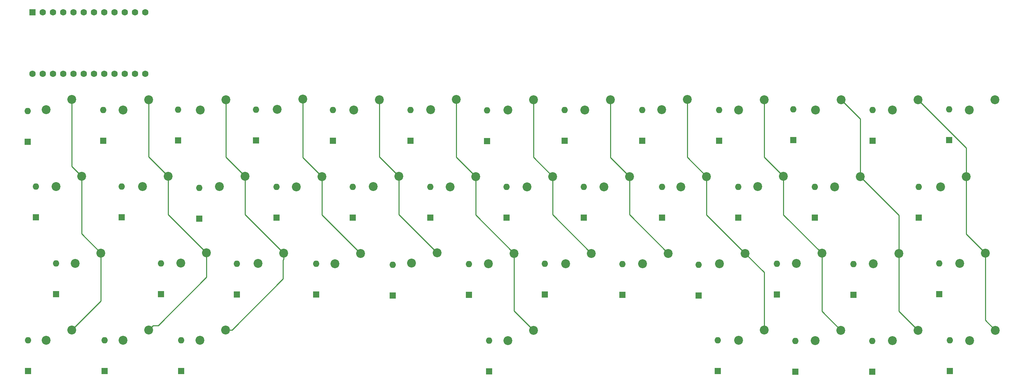
<source format=gbl>
G04 #@! TF.GenerationSoftware,KiCad,Pcbnew,(5.0.2)-1*
G04 #@! TF.CreationDate,2019-01-22T00:14:50-05:00*
G04 #@! TF.ProjectId,TG4x,54473478-2e6b-4696-9361-645f70636258,rev?*
G04 #@! TF.SameCoordinates,Original*
G04 #@! TF.FileFunction,Copper,L2,Bot*
G04 #@! TF.FilePolarity,Positive*
%FSLAX46Y46*%
G04 Gerber Fmt 4.6, Leading zero omitted, Abs format (unit mm)*
G04 Created by KiCad (PCBNEW (5.0.2)-1) date 1/22/2019 12:14:50 AM*
%MOMM*%
%LPD*%
G01*
G04 APERTURE LIST*
G04 #@! TA.AperFunction,ComponentPad*
%ADD10C,2.200000*%
G04 #@! TD*
G04 #@! TA.AperFunction,ComponentPad*
%ADD11O,1.600000X1.600000*%
G04 #@! TD*
G04 #@! TA.AperFunction,ComponentPad*
%ADD12R,1.600000X1.600000*%
G04 #@! TD*
G04 #@! TA.AperFunction,ComponentPad*
%ADD13C,1.600000*%
G04 #@! TD*
G04 #@! TA.AperFunction,Conductor*
%ADD14C,0.250000*%
G04 #@! TD*
G04 APERTURE END LIST*
D10*
G04 #@! TO.P,SW2,2*
G04 #@! TO.N,Net-(D2-Pad2)*
X30810200Y-102946200D03*
G04 #@! TO.P,SW2,1*
G04 #@! TO.N,Net-(SW1-Pad1)*
X37160200Y-100406200D03*
G04 #@! TD*
D11*
G04 #@! TO.P,D39,2*
G04 #@! TO.N,Net-(D39-Pad2)*
X230733600Y-84099400D03*
D12*
G04 #@! TO.P,D39,1*
G04 #@! TO.N,Net-(D12-Pad1)*
X230733600Y-91719400D03*
G04 #@! TD*
D11*
G04 #@! TO.P,D43,2*
G04 #@! TO.N,Net-(D43-Pad2)*
X251993400Y-83921600D03*
D12*
G04 #@! TO.P,D43,1*
G04 #@! TO.N,Net-(D12-Pad1)*
X251993400Y-91541600D03*
G04 #@! TD*
D11*
G04 #@! TO.P,D42,2*
G04 #@! TO.N,Net-(D42-Pad2)*
X246913400Y-64947800D03*
D12*
G04 #@! TO.P,D42,1*
G04 #@! TO.N,Net-(D11-Pad1)*
X246913400Y-72567800D03*
G04 #@! TD*
D10*
G04 #@! TO.P,SW38,1*
G04 #@! TO.N,Net-(SW37-Pad1)*
X232486200Y-62407800D03*
G04 #@! TO.P,SW38,2*
G04 #@! TO.N,Net-(D38-Pad2)*
X226136200Y-64947800D03*
G04 #@! TD*
D12*
G04 #@! TO.P,D38,1*
G04 #@! TO.N,Net-(D11-Pad1)*
X221183200Y-72567800D03*
D11*
G04 #@! TO.P,D38,2*
G04 #@! TO.N,Net-(D38-Pad2)*
X221183200Y-64947800D03*
G04 #@! TD*
D10*
G04 #@! TO.P,SW37,2*
G04 #@! TO.N,Net-(D37-Pad2)*
X221361000Y-45872400D03*
G04 #@! TO.P,SW37,1*
G04 #@! TO.N,Net-(SW37-Pad1)*
X227711000Y-43332400D03*
G04 #@! TD*
D12*
G04 #@! TO.P,D1,1*
G04 #@! TO.N,Net-(D1-Pad1)*
X26187400Y-53771800D03*
D11*
G04 #@! TO.P,D1,2*
G04 #@! TO.N,Net-(D1-Pad2)*
X26187400Y-46151800D03*
G04 #@! TD*
G04 #@! TO.P,D2,2*
G04 #@! TO.N,Net-(D2-Pad2)*
X26289000Y-102946200D03*
D12*
G04 #@! TO.P,D2,1*
G04 #@! TO.N,Net-(D10-Pad1)*
X26289000Y-110566200D03*
G04 #@! TD*
D11*
G04 #@! TO.P,D3,2*
G04 #@! TO.N,Net-(D3-Pad2)*
X28219400Y-64871600D03*
D12*
G04 #@! TO.P,D3,1*
G04 #@! TO.N,Net-(D11-Pad1)*
X28219400Y-72491600D03*
G04 #@! TD*
G04 #@! TO.P,D4,1*
G04 #@! TO.N,Net-(D12-Pad1)*
X33223200Y-91541600D03*
D11*
G04 #@! TO.P,D4,2*
G04 #@! TO.N,Net-(D4-Pad2)*
X33223200Y-83921600D03*
G04 #@! TD*
G04 #@! TO.P,D5,2*
G04 #@! TO.N,Net-(D5-Pad2)*
X44932600Y-45923200D03*
D12*
G04 #@! TO.P,D5,1*
G04 #@! TO.N,Net-(D1-Pad1)*
X44932600Y-53543200D03*
G04 #@! TD*
G04 #@! TO.P,D6,1*
G04 #@! TO.N,Net-(D10-Pad1)*
X45237400Y-110617000D03*
D11*
G04 #@! TO.P,D6,2*
G04 #@! TO.N,Net-(D6-Pad2)*
X45237400Y-102997000D03*
G04 #@! TD*
D12*
G04 #@! TO.P,D7,1*
G04 #@! TO.N,Net-(D11-Pad1)*
X49530000Y-72466200D03*
D11*
G04 #@! TO.P,D7,2*
G04 #@! TO.N,Net-(D7-Pad2)*
X49530000Y-64846200D03*
G04 #@! TD*
D12*
G04 #@! TO.P,D8,1*
G04 #@! TO.N,Net-(D12-Pad1)*
X59258200Y-91541600D03*
D11*
G04 #@! TO.P,D8,2*
G04 #@! TO.N,Net-(D8-Pad2)*
X59258200Y-83921600D03*
G04 #@! TD*
D12*
G04 #@! TO.P,D9,1*
G04 #@! TO.N,Net-(D1-Pad1)*
X63500000Y-53467000D03*
D11*
G04 #@! TO.P,D9,2*
G04 #@! TO.N,Net-(D9-Pad2)*
X63500000Y-45847000D03*
G04 #@! TD*
G04 #@! TO.P,D10,2*
G04 #@! TO.N,Net-(D10-Pad2)*
X64236600Y-102997000D03*
D12*
G04 #@! TO.P,D10,1*
G04 #@! TO.N,Net-(D10-Pad1)*
X64236600Y-110617000D03*
G04 #@! TD*
D11*
G04 #@! TO.P,D11,2*
G04 #@! TO.N,Net-(D11-Pad2)*
X68681600Y-65176400D03*
D12*
G04 #@! TO.P,D11,1*
G04 #@! TO.N,Net-(D11-Pad1)*
X68681600Y-72796400D03*
G04 #@! TD*
D11*
G04 #@! TO.P,D12,2*
G04 #@! TO.N,Net-(D12-Pad2)*
X78003400Y-83997800D03*
D12*
G04 #@! TO.P,D12,1*
G04 #@! TO.N,Net-(D12-Pad1)*
X78003400Y-91617800D03*
G04 #@! TD*
G04 #@! TO.P,D13,1*
G04 #@! TO.N,Net-(D1-Pad1)*
X82727800Y-53467000D03*
D11*
G04 #@! TO.P,D13,2*
G04 #@! TO.N,Net-(D13-Pad2)*
X82727800Y-45847000D03*
G04 #@! TD*
G04 #@! TO.P,D14,2*
G04 #@! TO.N,Net-(D14-Pad2)*
X87884000Y-64922400D03*
D12*
G04 #@! TO.P,D14,1*
G04 #@! TO.N,Net-(D11-Pad1)*
X87884000Y-72542400D03*
G04 #@! TD*
G04 #@! TO.P,D15,1*
G04 #@! TO.N,Net-(D12-Pad1)*
X97637600Y-91643200D03*
D11*
G04 #@! TO.P,D15,2*
G04 #@! TO.N,Net-(D15-Pad2)*
X97637600Y-84023200D03*
G04 #@! TD*
G04 #@! TO.P,D16,2*
G04 #@! TO.N,Net-(D16-Pad2)*
X101828600Y-45897800D03*
D12*
G04 #@! TO.P,D16,1*
G04 #@! TO.N,Net-(D1-Pad1)*
X101828600Y-53517800D03*
G04 #@! TD*
G04 #@! TO.P,D17,1*
G04 #@! TO.N,Net-(D11-Pad1)*
X106705400Y-72593200D03*
D11*
G04 #@! TO.P,D17,2*
G04 #@! TO.N,Net-(D17-Pad2)*
X106705400Y-64973200D03*
G04 #@! TD*
G04 #@! TO.P,D18,2*
G04 #@! TO.N,Net-(D18-Pad2)*
X116636800Y-84251800D03*
D12*
G04 #@! TO.P,D18,1*
G04 #@! TO.N,Net-(D12-Pad1)*
X116636800Y-91871800D03*
G04 #@! TD*
G04 #@! TO.P,D19,1*
G04 #@! TO.N,Net-(D1-Pad1)*
X121005600Y-53492400D03*
D11*
G04 #@! TO.P,D19,2*
G04 #@! TO.N,Net-(D19-Pad2)*
X121005600Y-45872400D03*
G04 #@! TD*
G04 #@! TO.P,D20,2*
G04 #@! TO.N,Net-(D20-Pad2)*
X125933200Y-64998600D03*
D12*
G04 #@! TO.P,D20,1*
G04 #@! TO.N,Net-(D11-Pad1)*
X125933200Y-72618600D03*
G04 #@! TD*
G04 #@! TO.P,D21,1*
G04 #@! TO.N,Net-(D12-Pad1)*
X135509000Y-91694000D03*
D11*
G04 #@! TO.P,D21,2*
G04 #@! TO.N,Net-(D21-Pad2)*
X135509000Y-84074000D03*
G04 #@! TD*
G04 #@! TO.P,D22,2*
G04 #@! TO.N,Net-(D22-Pad2)*
X140487400Y-103073200D03*
D12*
G04 #@! TO.P,D22,1*
G04 #@! TO.N,Net-(D10-Pad1)*
X140487400Y-110693200D03*
G04 #@! TD*
G04 #@! TO.P,D23,1*
G04 #@! TO.N,Net-(D1-Pad1)*
X140030200Y-53594000D03*
D11*
G04 #@! TO.P,D23,2*
G04 #@! TO.N,Net-(D23-Pad2)*
X140030200Y-45974000D03*
G04 #@! TD*
G04 #@! TO.P,D24,2*
G04 #@! TO.N,Net-(D24-Pad2)*
X144856200Y-64973200D03*
D12*
G04 #@! TO.P,D24,1*
G04 #@! TO.N,Net-(D11-Pad1)*
X144856200Y-72593200D03*
G04 #@! TD*
G04 #@! TO.P,D25,1*
G04 #@! TO.N,Net-(D12-Pad1)*
X154305000Y-91617800D03*
D11*
G04 #@! TO.P,D25,2*
G04 #@! TO.N,Net-(D25-Pad2)*
X154305000Y-83997800D03*
G04 #@! TD*
G04 #@! TO.P,D26,2*
G04 #@! TO.N,Net-(D26-Pad2)*
X159232600Y-45897800D03*
D12*
G04 #@! TO.P,D26,1*
G04 #@! TO.N,Net-(D1-Pad1)*
X159232600Y-53517800D03*
G04 #@! TD*
G04 #@! TO.P,D27,1*
G04 #@! TO.N,Net-(D11-Pad1)*
X163931600Y-72618600D03*
D11*
G04 #@! TO.P,D27,2*
G04 #@! TO.N,Net-(D27-Pad2)*
X163931600Y-64998600D03*
G04 #@! TD*
G04 #@! TO.P,D28,2*
G04 #@! TO.N,Net-(D28-Pad2)*
X173507400Y-84074000D03*
D12*
G04 #@! TO.P,D28,1*
G04 #@! TO.N,Net-(D12-Pad1)*
X173507400Y-91694000D03*
G04 #@! TD*
G04 #@! TO.P,D29,1*
G04 #@! TO.N,Net-(D1-Pad1)*
X178460400Y-53492400D03*
D11*
G04 #@! TO.P,D29,2*
G04 #@! TO.N,Net-(D29-Pad2)*
X178460400Y-45872400D03*
G04 #@! TD*
D12*
G04 #@! TO.P,D30,1*
G04 #@! TO.N,Net-(D11-Pad1)*
X183388000Y-72618600D03*
D11*
G04 #@! TO.P,D30,2*
G04 #@! TO.N,Net-(D30-Pad2)*
X183388000Y-64998600D03*
G04 #@! TD*
D12*
G04 #@! TO.P,D31,1*
G04 #@! TO.N,Net-(D12-Pad1)*
X192405000Y-91871800D03*
D11*
G04 #@! TO.P,D31,2*
G04 #@! TO.N,Net-(D31-Pad2)*
X192405000Y-84251800D03*
G04 #@! TD*
G04 #@! TO.P,D32,2*
G04 #@! TO.N,Net-(D32-Pad2)*
X197129400Y-102997000D03*
D12*
G04 #@! TO.P,D32,1*
G04 #@! TO.N,Net-(D10-Pad1)*
X197129400Y-110617000D03*
G04 #@! TD*
D11*
G04 #@! TO.P,D33,2*
G04 #@! TO.N,Net-(D33-Pad2)*
X197485000Y-45923200D03*
D12*
G04 #@! TO.P,D33,1*
G04 #@! TO.N,Net-(D1-Pad1)*
X197485000Y-53543200D03*
G04 #@! TD*
D11*
G04 #@! TO.P,D34,2*
G04 #@! TO.N,Net-(D34-Pad2)*
X202209400Y-64998600D03*
D12*
G04 #@! TO.P,D34,1*
G04 #@! TO.N,Net-(D11-Pad1)*
X202209400Y-72618600D03*
G04 #@! TD*
G04 #@! TO.P,D35,1*
G04 #@! TO.N,Net-(D12-Pad1)*
X211759800Y-91592400D03*
D11*
G04 #@! TO.P,D35,2*
G04 #@! TO.N,Net-(D35-Pad2)*
X211759800Y-83972400D03*
G04 #@! TD*
G04 #@! TO.P,D36,2*
G04 #@! TO.N,Net-(D36-Pad2)*
X216331800Y-103124000D03*
D12*
G04 #@! TO.P,D36,1*
G04 #@! TO.N,Net-(D10-Pad1)*
X216331800Y-110744000D03*
G04 #@! TD*
G04 #@! TO.P,D37,1*
G04 #@! TO.N,Net-(D1-Pad1)*
X215849200Y-53390800D03*
D11*
G04 #@! TO.P,D37,2*
G04 #@! TO.N,Net-(D37-Pad2)*
X215849200Y-45770800D03*
G04 #@! TD*
G04 #@! TO.P,D40,2*
G04 #@! TO.N,Net-(D40-Pad2)*
X235458000Y-103124000D03*
D12*
G04 #@! TO.P,D40,1*
G04 #@! TO.N,Net-(D10-Pad1)*
X235458000Y-110744000D03*
G04 #@! TD*
G04 #@! TO.P,D41,1*
G04 #@! TO.N,Net-(D1-Pad1)*
X235483400Y-53543200D03*
D11*
G04 #@! TO.P,D41,2*
G04 #@! TO.N,Net-(D41-Pad2)*
X235483400Y-45923200D03*
G04 #@! TD*
D12*
G04 #@! TO.P,D44,1*
G04 #@! TO.N,Net-(D10-Pad1)*
X254635000Y-110617000D03*
D11*
G04 #@! TO.P,D44,2*
G04 #@! TO.N,Net-(D44-Pad2)*
X254635000Y-102997000D03*
G04 #@! TD*
D12*
G04 #@! TO.P,D45,1*
G04 #@! TO.N,Net-(D1-Pad1)*
X254457200Y-53365400D03*
D11*
G04 #@! TO.P,D45,2*
G04 #@! TO.N,Net-(D45-Pad2)*
X254457200Y-45745400D03*
G04 #@! TD*
D10*
G04 #@! TO.P,SW1,1*
G04 #@! TO.N,Net-(SW1-Pad1)*
X37160200Y-43307000D03*
G04 #@! TO.P,SW1,2*
G04 #@! TO.N,Net-(D1-Pad2)*
X30810200Y-45847000D03*
G04 #@! TD*
G04 #@! TO.P,SW3,1*
G04 #@! TO.N,Net-(SW1-Pad1)*
X39547800Y-62306200D03*
G04 #@! TO.P,SW3,2*
G04 #@! TO.N,Net-(D3-Pad2)*
X33197800Y-64846200D03*
G04 #@! TD*
G04 #@! TO.P,SW4,1*
G04 #@! TO.N,Net-(SW1-Pad1)*
X44323000Y-81356200D03*
G04 #@! TO.P,SW4,2*
G04 #@! TO.N,Net-(D4-Pad2)*
X37973000Y-83896200D03*
G04 #@! TD*
G04 #@! TO.P,SW5,1*
G04 #@! TO.N,Net-(SW5-Pad1)*
X56184800Y-43357800D03*
G04 #@! TO.P,SW5,2*
G04 #@! TO.N,Net-(D5-Pad2)*
X49834800Y-45897800D03*
G04 #@! TD*
G04 #@! TO.P,SW6,1*
G04 #@! TO.N,Net-(SW5-Pad1)*
X56210200Y-100406200D03*
G04 #@! TO.P,SW6,2*
G04 #@! TO.N,Net-(D6-Pad2)*
X49860200Y-102946200D03*
G04 #@! TD*
G04 #@! TO.P,SW7,2*
G04 #@! TO.N,Net-(D7-Pad2)*
X54635400Y-64846200D03*
G04 #@! TO.P,SW7,1*
G04 #@! TO.N,Net-(SW5-Pad1)*
X60985400Y-62306200D03*
G04 #@! TD*
G04 #@! TO.P,SW8,1*
G04 #@! TO.N,Net-(SW5-Pad1)*
X70510400Y-81330800D03*
G04 #@! TO.P,SW8,2*
G04 #@! TO.N,Net-(D8-Pad2)*
X64160400Y-83870800D03*
G04 #@! TD*
G04 #@! TO.P,SW9,2*
G04 #@! TO.N,Net-(D9-Pad2)*
X68961000Y-45897800D03*
G04 #@! TO.P,SW9,1*
G04 #@! TO.N,Net-(SW10-Pad1)*
X75311000Y-43357800D03*
G04 #@! TD*
G04 #@! TO.P,SW10,2*
G04 #@! TO.N,Net-(D10-Pad2)*
X68910200Y-102946200D03*
G04 #@! TO.P,SW10,1*
G04 #@! TO.N,Net-(SW10-Pad1)*
X75260200Y-100406200D03*
G04 #@! TD*
G04 #@! TO.P,SW11,2*
G04 #@! TO.N,Net-(D11-Pad2)*
X73710800Y-64846200D03*
G04 #@! TO.P,SW11,1*
G04 #@! TO.N,Net-(SW10-Pad1)*
X80060800Y-62306200D03*
G04 #@! TD*
G04 #@! TO.P,SW12,1*
G04 #@! TO.N,Net-(SW10-Pad1)*
X89585800Y-81356200D03*
G04 #@! TO.P,SW12,2*
G04 #@! TO.N,Net-(D12-Pad2)*
X83235800Y-83896200D03*
G04 #@! TD*
G04 #@! TO.P,SW13,1*
G04 #@! TO.N,Net-(SW13-Pad1)*
X94361000Y-43230800D03*
G04 #@! TO.P,SW13,2*
G04 #@! TO.N,Net-(D13-Pad2)*
X88011000Y-45770800D03*
G04 #@! TD*
G04 #@! TO.P,SW14,2*
G04 #@! TO.N,Net-(D14-Pad2)*
X92760800Y-64998600D03*
G04 #@! TO.P,SW14,1*
G04 #@! TO.N,Net-(SW13-Pad1)*
X99110800Y-62458600D03*
G04 #@! TD*
G04 #@! TO.P,SW15,1*
G04 #@! TO.N,Net-(SW13-Pad1)*
X108635800Y-81432400D03*
G04 #@! TO.P,SW15,2*
G04 #@! TO.N,Net-(D15-Pad2)*
X102285800Y-83972400D03*
G04 #@! TD*
G04 #@! TO.P,SW16,2*
G04 #@! TO.N,Net-(D16-Pad2)*
X106984800Y-45923200D03*
G04 #@! TO.P,SW16,1*
G04 #@! TO.N,Net-(SW16-Pad1)*
X113334800Y-43383200D03*
G04 #@! TD*
G04 #@! TO.P,SW17,1*
G04 #@! TO.N,Net-(SW16-Pad1)*
X118186200Y-62357000D03*
G04 #@! TO.P,SW17,2*
G04 #@! TO.N,Net-(D17-Pad2)*
X111836200Y-64897000D03*
G04 #@! TD*
G04 #@! TO.P,SW18,2*
G04 #@! TO.N,Net-(D18-Pad2)*
X121310400Y-83870800D03*
G04 #@! TO.P,SW18,1*
G04 #@! TO.N,Net-(SW16-Pad1)*
X127660400Y-81330800D03*
G04 #@! TD*
G04 #@! TO.P,SW19,1*
G04 #@! TO.N,Net-(SW19-Pad1)*
X132384800Y-43307000D03*
G04 #@! TO.P,SW19,2*
G04 #@! TO.N,Net-(D19-Pad2)*
X126034800Y-45847000D03*
G04 #@! TD*
G04 #@! TO.P,SW20,2*
G04 #@! TO.N,Net-(D20-Pad2)*
X130860800Y-64922400D03*
G04 #@! TO.P,SW20,1*
G04 #@! TO.N,Net-(SW19-Pad1)*
X137210800Y-62382400D03*
G04 #@! TD*
G04 #@! TO.P,SW21,1*
G04 #@! TO.N,Net-(SW19-Pad1)*
X146710400Y-81432400D03*
G04 #@! TO.P,SW21,2*
G04 #@! TO.N,Net-(D21-Pad2)*
X140360400Y-83972400D03*
G04 #@! TD*
G04 #@! TO.P,SW22,2*
G04 #@! TO.N,Net-(D22-Pad2)*
X145186400Y-103073200D03*
G04 #@! TO.P,SW22,1*
G04 #@! TO.N,Net-(SW19-Pad1)*
X151536400Y-100533200D03*
G04 #@! TD*
G04 #@! TO.P,SW23,1*
G04 #@! TO.N,Net-(SW23-Pad1)*
X151485600Y-43332400D03*
G04 #@! TO.P,SW23,2*
G04 #@! TO.N,Net-(D23-Pad2)*
X145135600Y-45872400D03*
G04 #@! TD*
G04 #@! TO.P,SW24,2*
G04 #@! TO.N,Net-(D24-Pad2)*
X149910800Y-64947800D03*
G04 #@! TO.P,SW24,1*
G04 #@! TO.N,Net-(SW23-Pad1)*
X156260800Y-62407800D03*
G04 #@! TD*
G04 #@! TO.P,SW25,1*
G04 #@! TO.N,Net-(SW23-Pad1)*
X165862000Y-81432400D03*
G04 #@! TO.P,SW25,2*
G04 #@! TO.N,Net-(D25-Pad2)*
X159512000Y-83972400D03*
G04 #@! TD*
G04 #@! TO.P,SW26,2*
G04 #@! TO.N,Net-(D26-Pad2)*
X164236400Y-45923200D03*
G04 #@! TO.P,SW26,1*
G04 #@! TO.N,Net-(SW26-Pad1)*
X170586400Y-43383200D03*
G04 #@! TD*
G04 #@! TO.P,SW27,1*
G04 #@! TO.N,Net-(SW26-Pad1)*
X175310800Y-62433200D03*
G04 #@! TO.P,SW27,2*
G04 #@! TO.N,Net-(D27-Pad2)*
X168960800Y-64973200D03*
G04 #@! TD*
G04 #@! TO.P,SW28,2*
G04 #@! TO.N,Net-(D28-Pad2)*
X178562000Y-83997800D03*
G04 #@! TO.P,SW28,1*
G04 #@! TO.N,Net-(SW26-Pad1)*
X184912000Y-81457800D03*
G04 #@! TD*
G04 #@! TO.P,SW29,1*
G04 #@! TO.N,Net-(SW29-Pad1)*
X189585600Y-43307000D03*
G04 #@! TO.P,SW29,2*
G04 #@! TO.N,Net-(D29-Pad2)*
X183235600Y-45847000D03*
G04 #@! TD*
G04 #@! TO.P,SW30,2*
G04 #@! TO.N,Net-(D30-Pad2)*
X188036200Y-64947800D03*
G04 #@! TO.P,SW30,1*
G04 #@! TO.N,Net-(SW29-Pad1)*
X194386200Y-62407800D03*
G04 #@! TD*
G04 #@! TO.P,SW31,1*
G04 #@! TO.N,Net-(SW29-Pad1)*
X203936600Y-81432400D03*
G04 #@! TO.P,SW31,2*
G04 #@! TO.N,Net-(D31-Pad2)*
X197586600Y-83972400D03*
G04 #@! TD*
G04 #@! TO.P,SW32,1*
G04 #@! TO.N,Net-(SW29-Pad1)*
X208661000Y-100457000D03*
G04 #@! TO.P,SW32,2*
G04 #@! TO.N,Net-(D32-Pad2)*
X202311000Y-102997000D03*
G04 #@! TD*
G04 #@! TO.P,SW33,2*
G04 #@! TO.N,Net-(D33-Pad2)*
X202311000Y-45872400D03*
G04 #@! TO.P,SW33,1*
G04 #@! TO.N,Net-(SW33-Pad1)*
X208661000Y-43332400D03*
G04 #@! TD*
G04 #@! TO.P,SW34,1*
G04 #@! TO.N,Net-(SW33-Pad1)*
X213436200Y-62357000D03*
G04 #@! TO.P,SW34,2*
G04 #@! TO.N,Net-(D34-Pad2)*
X207086200Y-64897000D03*
G04 #@! TD*
G04 #@! TO.P,SW35,2*
G04 #@! TO.N,Net-(D35-Pad2)*
X216611200Y-83947000D03*
G04 #@! TO.P,SW35,1*
G04 #@! TO.N,Net-(SW33-Pad1)*
X222961200Y-81407000D03*
G04 #@! TD*
G04 #@! TO.P,SW36,1*
G04 #@! TO.N,Net-(SW33-Pad1)*
X227660200Y-100507800D03*
G04 #@! TO.P,SW36,2*
G04 #@! TO.N,Net-(D36-Pad2)*
X221310200Y-103047800D03*
G04 #@! TD*
G04 #@! TO.P,SW39,2*
G04 #@! TO.N,Net-(D39-Pad2)*
X235686600Y-84023200D03*
G04 #@! TO.P,SW39,1*
G04 #@! TO.N,Net-(SW37-Pad1)*
X242036600Y-81483200D03*
G04 #@! TD*
G04 #@! TO.P,SW40,1*
G04 #@! TO.N,Net-(SW37-Pad1)*
X246786400Y-100507800D03*
G04 #@! TO.P,SW40,2*
G04 #@! TO.N,Net-(D40-Pad2)*
X240436400Y-103047800D03*
G04 #@! TD*
G04 #@! TO.P,SW41,2*
G04 #@! TO.N,Net-(D41-Pad2)*
X240411000Y-45897800D03*
G04 #@! TO.P,SW41,1*
G04 #@! TO.N,Net-(SW41-Pad1)*
X246761000Y-43357800D03*
G04 #@! TD*
G04 #@! TO.P,SW42,2*
G04 #@! TO.N,Net-(D42-Pad2)*
X252323600Y-64922400D03*
G04 #@! TO.P,SW42,1*
G04 #@! TO.N,Net-(SW41-Pad1)*
X258673600Y-62382400D03*
G04 #@! TD*
G04 #@! TO.P,SW43,2*
G04 #@! TO.N,Net-(D43-Pad2)*
X257073400Y-83947000D03*
G04 #@! TO.P,SW43,1*
G04 #@! TO.N,Net-(SW41-Pad1)*
X263423400Y-81407000D03*
G04 #@! TD*
G04 #@! TO.P,SW44,2*
G04 #@! TO.N,Net-(D44-Pad2)*
X259537200Y-103022400D03*
G04 #@! TO.P,SW44,1*
G04 #@! TO.N,Net-(SW41-Pad1)*
X265887200Y-100482400D03*
G04 #@! TD*
G04 #@! TO.P,SW45,1*
G04 #@! TO.N,Net-(SW45-Pad1)*
X265836400Y-43357800D03*
G04 #@! TO.P,SW45,2*
G04 #@! TO.N,Net-(D45-Pad2)*
X259486400Y-45897800D03*
G04 #@! TD*
D12*
G04 #@! TO.P,U1,1*
G04 #@! TO.N,Net-(U1-Pad1)*
X27406600Y-21666200D03*
D13*
G04 #@! TO.P,U1,2*
G04 #@! TO.N,Net-(SW29-Pad1)*
X29946600Y-21666200D03*
G04 #@! TO.P,U1,3*
G04 #@! TO.N,Net-(U1-Pad3)*
X32486600Y-21666200D03*
G04 #@! TO.P,U1,4*
G04 #@! TO.N,Net-(U1-Pad4)*
X35026600Y-21666200D03*
G04 #@! TO.P,U1,5*
G04 #@! TO.N,Net-(SW33-Pad1)*
X37566600Y-21666200D03*
G04 #@! TO.P,U1,6*
G04 #@! TO.N,Net-(SW37-Pad1)*
X40106600Y-21666200D03*
G04 #@! TO.P,U1,7*
G04 #@! TO.N,Net-(SW41-Pad1)*
X42646600Y-21666200D03*
G04 #@! TO.P,U1,8*
G04 #@! TO.N,Net-(SW45-Pad1)*
X45186600Y-21666200D03*
G04 #@! TO.P,U1,9*
G04 #@! TO.N,Net-(D1-Pad1)*
X47726600Y-21666200D03*
G04 #@! TO.P,U1,10*
G04 #@! TO.N,Net-(D11-Pad1)*
X50266600Y-21666200D03*
G04 #@! TO.P,U1,11*
G04 #@! TO.N,Net-(D12-Pad1)*
X52806600Y-21666200D03*
G04 #@! TO.P,U1,12*
G04 #@! TO.N,Net-(D10-Pad1)*
X55346600Y-21666200D03*
G04 #@! TO.P,U1,13*
G04 #@! TO.N,Net-(SW26-Pad1)*
X55346600Y-36906200D03*
G04 #@! TO.P,U1,14*
G04 #@! TO.N,Net-(SW23-Pad1)*
X52806600Y-36906200D03*
G04 #@! TO.P,U1,15*
G04 #@! TO.N,Net-(SW19-Pad1)*
X50266600Y-36906200D03*
G04 #@! TO.P,U1,16*
G04 #@! TO.N,Net-(SW16-Pad1)*
X47726600Y-36906200D03*
G04 #@! TO.P,U1,17*
G04 #@! TO.N,Net-(SW13-Pad1)*
X45186600Y-36906200D03*
G04 #@! TO.P,U1,18*
G04 #@! TO.N,Net-(SW10-Pad1)*
X42646600Y-36906200D03*
G04 #@! TO.P,U1,19*
G04 #@! TO.N,Net-(SW5-Pad1)*
X40106600Y-36906200D03*
G04 #@! TO.P,U1,20*
G04 #@! TO.N,Net-(SW1-Pad1)*
X37566600Y-36906200D03*
G04 #@! TO.P,U1,21*
G04 #@! TO.N,Net-(U1-Pad21)*
X35026600Y-36906200D03*
G04 #@! TO.P,U1,22*
G04 #@! TO.N,Net-(U1-Pad22)*
X32486600Y-36906200D03*
G04 #@! TO.P,U1,23*
G04 #@! TO.N,Net-(U1-Pad23)*
X29946600Y-36906200D03*
G04 #@! TO.P,U1,24*
G04 #@! TO.N,Net-(U1-Pad24)*
X27406600Y-36906200D03*
G04 #@! TD*
D14*
G04 #@! TO.N,Net-(SW1-Pad1)*
X44323000Y-93243400D02*
X44323000Y-81356200D01*
X37160200Y-100406200D02*
X44323000Y-93243400D01*
X39547800Y-76581000D02*
X44323000Y-81356200D01*
X39547800Y-62306200D02*
X39547800Y-76581000D01*
X37160200Y-59918600D02*
X37160200Y-43307000D01*
X39547800Y-62306200D02*
X37160200Y-59918600D01*
G04 #@! TO.N,Net-(SW5-Pad1)*
X56184800Y-57505600D02*
X60985400Y-62306200D01*
X56184800Y-43357800D02*
X56184800Y-57505600D01*
X60985400Y-71805800D02*
X70510400Y-81330800D01*
X60985400Y-62306200D02*
X60985400Y-71805800D01*
X70510400Y-82886434D02*
X70510400Y-81330800D01*
X70510400Y-87311802D02*
X70510400Y-82886434D01*
X58516001Y-99306201D02*
X70510400Y-87311802D01*
X57310199Y-99306201D02*
X58516001Y-99306201D01*
X56210200Y-100406200D02*
X57310199Y-99306201D01*
G04 #@! TO.N,Net-(SW10-Pad1)*
X80060800Y-71831200D02*
X80060800Y-62306200D01*
X89585800Y-81356200D02*
X80060800Y-71831200D01*
X75311000Y-57556400D02*
X80060800Y-62306200D01*
X75311000Y-43357800D02*
X75311000Y-57556400D01*
X89585800Y-82911834D02*
X89458800Y-83038834D01*
X89585800Y-81356200D02*
X89585800Y-82911834D01*
X76815834Y-100406200D02*
X75260200Y-100406200D01*
X89458800Y-87763234D02*
X76815834Y-100406200D01*
X89458800Y-83038834D02*
X89458800Y-87763234D01*
G04 #@! TO.N,Net-(SW13-Pad1)*
X94361000Y-57708800D02*
X99110800Y-62458600D01*
X94361000Y-43230800D02*
X94361000Y-57708800D01*
X99110800Y-71907400D02*
X108635800Y-81432400D01*
X99110800Y-62458600D02*
X99110800Y-71907400D01*
G04 #@! TO.N,Net-(SW16-Pad1)*
X113334800Y-57505600D02*
X118186200Y-62357000D01*
X113334800Y-43383200D02*
X113334800Y-57505600D01*
X118186200Y-71856600D02*
X127660400Y-81330800D01*
X118186200Y-62357000D02*
X118186200Y-71856600D01*
G04 #@! TO.N,Net-(SW19-Pad1)*
X132384800Y-57556400D02*
X137210800Y-62382400D01*
X132384800Y-43307000D02*
X132384800Y-57556400D01*
X137210800Y-71932800D02*
X146710400Y-81432400D01*
X137210800Y-62382400D02*
X137210800Y-71932800D01*
X146710400Y-95707200D02*
X151536400Y-100533200D01*
X146710400Y-81432400D02*
X146710400Y-95707200D01*
G04 #@! TO.N,Net-(SW23-Pad1)*
X151485600Y-57632600D02*
X156260800Y-62407800D01*
X151485600Y-43332400D02*
X151485600Y-57632600D01*
X156260800Y-71831200D02*
X165862000Y-81432400D01*
X156260800Y-62407800D02*
X156260800Y-71831200D01*
G04 #@! TO.N,Net-(SW26-Pad1)*
X170586400Y-57708800D02*
X175310800Y-62433200D01*
X170586400Y-43383200D02*
X170586400Y-57708800D01*
X175310800Y-71856600D02*
X184912000Y-81457800D01*
X175310800Y-62433200D02*
X175310800Y-71856600D01*
G04 #@! TO.N,Net-(SW29-Pad1)*
X208661000Y-86156800D02*
X203936600Y-81432400D01*
X208661000Y-100457000D02*
X208661000Y-86156800D01*
X194386200Y-71882000D02*
X194386200Y-62407800D01*
X203936600Y-81432400D02*
X194386200Y-71882000D01*
X189585600Y-57607200D02*
X189585600Y-43307000D01*
X194386200Y-62407800D02*
X189585600Y-57607200D01*
G04 #@! TO.N,Net-(SW33-Pad1)*
X208661000Y-57581800D02*
X213436200Y-62357000D01*
X208661000Y-43332400D02*
X208661000Y-57581800D01*
X213436200Y-71882000D02*
X222961200Y-81407000D01*
X213436200Y-62357000D02*
X213436200Y-71882000D01*
X222961200Y-95808800D02*
X227660200Y-100507800D01*
X222961200Y-81407000D02*
X222961200Y-95808800D01*
G04 #@! TO.N,Net-(SW37-Pad1)*
X242036600Y-95758000D02*
X242036600Y-81483200D01*
X246786400Y-100507800D02*
X242036600Y-95758000D01*
X232486200Y-48107600D02*
X227711000Y-43332400D01*
X232486200Y-62407800D02*
X232486200Y-48107600D01*
X242036600Y-81483200D02*
X242036600Y-71958200D01*
X242036600Y-71958200D02*
X232486200Y-62407800D01*
G04 #@! TO.N,Net-(SW41-Pad1)*
X246761000Y-43357800D02*
X258673600Y-55270400D01*
X263423400Y-98018600D02*
X265887200Y-100482400D01*
X263423400Y-81407000D02*
X263423400Y-98018600D01*
X258673600Y-62382400D02*
X258673600Y-76657200D01*
X258673600Y-55270400D02*
X258673600Y-62382400D01*
X258673600Y-76657200D02*
X263423400Y-81407000D01*
G04 #@! TD*
M02*

</source>
